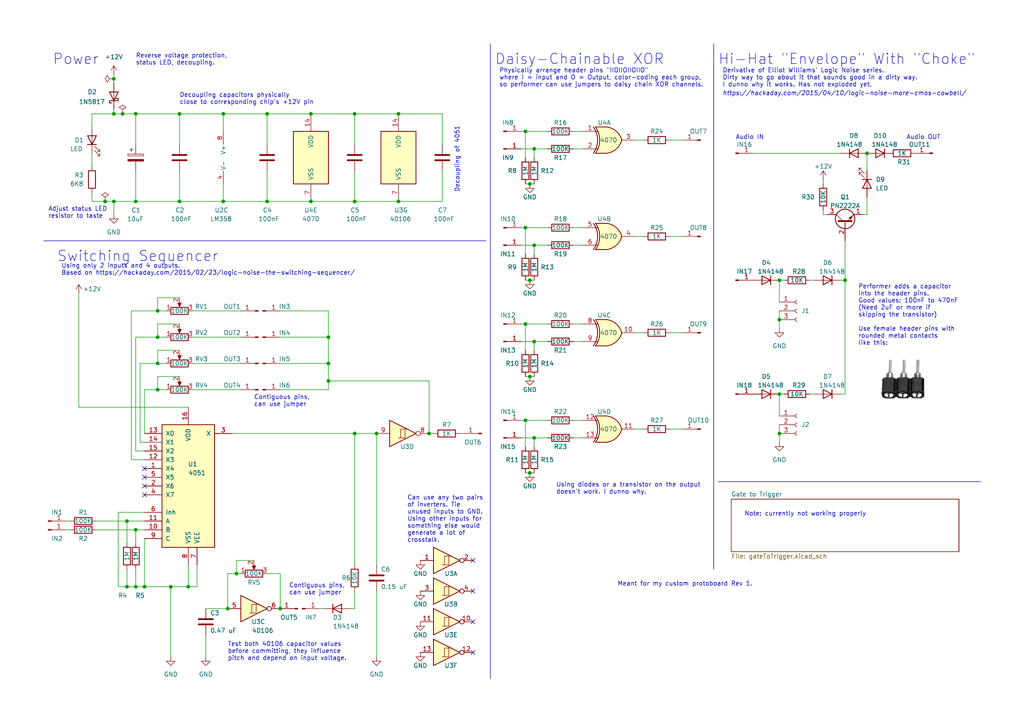
<source format=kicad_sch>
(kicad_sch (version 20220914) (generator eeschema)
  (paper "A4")
  (title_block (title "Percussions & Switching Sequencer") (date "2022-09-26") (rev "1E") (company "Aria Salvatrice"))
  (junction (at 77.47 58.42))
  (junction (at 153.67 53.34))
  (junction (at 226.06 114.3))
  (junction (at 49.53 170.18))
  (junction (at 39.37 153.67))
  (junction (at 54.61 170.18))
  (junction (at 95.25 97.79))
  (junction (at 30.48 58.42))
  (junction (at 154.94 43.18))
  (junction (at 64.77 33.02))
  (junction (at 152.4 66.04))
  (junction (at 245.11 81.28))
  (junction (at 102.87 33.02))
  (junction (at 95.25 105.41))
  (junction (at 153.67 109.22))
  (junction (at 102.87 58.42))
  (junction (at 64.77 58.42))
  (junction (at 41.91 170.18))
  (junction (at 154.94 99.06))
  (junction (at 45.72 90.17))
  (junction (at 115.57 58.42))
  (junction (at 33.02 22.86))
  (junction (at 153.67 137.16))
  (junction (at 39.37 58.42))
  (junction (at 66.04 176.53))
  (junction (at 68.58 166.37))
  (junction (at 251.46 44.45))
  (junction (at 152.4 38.1))
  (junction (at 109.22 125.73))
  (junction (at 154.94 127))
  (junction (at 152.4 121.92))
  (junction (at 226.06 92.71))
  (junction (at 39.37 170.18))
  (junction (at 36.83 151.13))
  (junction (at 154.94 71.12))
  (junction (at 152.4 93.98))
  (junction (at 153.67 81.28))
  (junction (at 226.06 81.28))
  (junction (at 115.57 33.02))
  (junction (at 77.47 33.02))
  (junction (at 45.72 113.03))
  (junction (at 52.07 33.02))
  (junction (at 33.02 33.02))
  (junction (at 226.06 125.73))
  (junction (at 90.17 58.42))
  (junction (at 102.87 125.73))
  (junction (at 45.72 105.41))
  (junction (at 45.72 97.79))
  (junction (at 33.02 58.42))
  (junction (at 39.37 33.02))
  (junction (at 124.46 125.73))
  (junction (at 90.17 33.02))
  (junction (at 81.28 176.53))
  (junction (at 95.25 110.49))
  (junction (at 36.83 170.18))
  (junction (at 35.56 33.02))
  (junction (at 52.07 58.42))
  (no_connect (at 41.91 135.89))
  (no_connect (at 41.91 143.51))
  (no_connect (at 41.91 140.97))
  (no_connect (at 41.91 138.43))
  (no_connect (at 137.16 171.45))
  (no_connect (at 137.16 180.34))
  (no_connect (at 137.16 189.23))
  (no_connect (at 137.16 162.56))
  (wire (pts (xy 66.04 166.37) (xy 68.58 166.37)))
  (wire (pts (xy 128.27 33.02) (xy 128.27 41.91)))
  (wire (pts (xy 52.07 101.6) (xy 45.72 101.6)))
  (wire (pts (xy 234.95 81.28) (xy 236.22 81.28)))
  (wire (pts (xy 33.02 58.42) (xy 33.02 62.23)))
  (wire (pts (xy 49.53 170.18) (xy 54.61 170.18)))
  (wire (pts (xy 166.37 121.92) (xy 168.91 121.92)))
  (wire (pts (xy 102.87 171.45) (xy 102.87 176.53)))
  (wire (pts (xy 36.83 151.13) (xy 36.83 157.48)))
  (wire (pts (xy 33.02 31.75) (xy 33.02 33.02)))
  (wire (pts (xy 238.76 62.23) (xy 240.03 62.23)))
  (wire (pts (xy 55.88 90.17) (xy 69.85 90.17)))
  (wire (pts (xy 36.83 165.1) (xy 36.83 170.18)))
  (wire (pts (xy 152.4 38.1) (xy 152.4 45.72)))
  (wire (pts (xy 41.91 170.18) (xy 39.37 170.18)))
  (wire (pts (xy 39.37 130.81) (xy 39.37 97.79)))
  (wire (pts (xy 52.07 86.36) (xy 45.72 86.36)))
  (wire (pts (xy 93.98 176.53) (xy 92.71 176.53)))
  (wire (pts (xy 59.69 190.5) (xy 59.69 184.15)))
  (wire (pts (xy 226.06 92.71) (xy 226.06 95.25)))
  (wire (pts (xy 64.77 53.34) (xy 64.77 58.42)))
  (wire (pts (xy 154.94 127) (xy 158.75 127)))
  (wire (pts (xy 152.4 66.04) (xy 152.4 73.66)))
  (wire (pts (xy 152.4 66.04) (xy 158.75 66.04)))
  (wire (pts (xy 151.13 127) (xy 154.94 127)))
  (wire (pts (xy 38.1 90.17) (xy 45.72 90.17)))
  (wire (pts (xy 154.94 99.06) (xy 158.75 99.06)))
  (wire (pts (xy 27.94 151.13) (xy 36.83 151.13)))
  (wire (pts (xy 52.07 109.22) (xy 45.72 109.22)))
  (wire (pts (xy 125.73 125.73) (xy 124.46 125.73)))
  (wire (pts (xy 52.07 49.53) (xy 52.07 58.42)))
  (wire (pts (xy 39.37 41.91) (xy 39.37 33.02)))
  (wire (pts (xy 102.87 125.73) (xy 102.87 163.83)))
  (wire (pts (xy 124.46 125.73) (xy 124.46 110.49)))
  (wire (pts (xy 166.37 71.12) (xy 168.91 71.12)))
  (wire (pts (xy 243.84 81.28) (xy 245.11 81.28)))
  (wire (pts (xy 194.31 40.64) (xy 198.12 40.64)))
  (wire (pts (xy 41.91 148.59) (xy 34.29 148.59)))
  (wire (pts (xy 54.61 170.18) (xy 54.61 163.83)))
  (wire (pts (xy 77.47 58.42) (xy 90.17 58.42)))
  (wire (pts (xy 77.47 33.02) (xy 90.17 33.02)))
  (wire (pts (xy 67.31 125.73) (xy 102.87 125.73)))
  (wire (pts (xy 102.87 49.53) (xy 102.87 58.42)))
  (wire (pts (xy 57.15 170.18) (xy 57.15 163.83)))
  (wire (pts (xy 243.84 44.45) (xy 218.44 44.45)))
  (wire (pts (xy 81.28 166.37) (xy 81.28 176.53)))
  (wire (pts (xy 45.72 101.6) (xy 45.72 105.41)))
  (wire (pts (xy 194.31 124.46) (xy 198.12 124.46)))
  (wire (pts (xy 95.25 97.79) (xy 95.25 105.41)))
  (wire (pts (xy 251.46 44.45) (xy 251.46 49.53)))
  (wire (pts (xy 26.67 33.02) (xy 33.02 33.02)))
  (wire (pts (xy 41.91 125.73) (xy 41.91 113.03)))
  (wire (pts (xy 115.57 33.02) (xy 128.27 33.02)))
  (wire (pts (xy 77.47 166.37) (xy 81.28 166.37)))
  (wire (pts (xy 95.25 110.49) (xy 95.25 113.03)))
  (wire (pts (xy 45.72 90.17) (xy 48.26 90.17)))
  (wire (pts (xy 40.64 105.41) (xy 40.64 128.27)))
  (wire (pts (xy 22.86 85.09) (xy 22.86 118.11)))
  (wire (pts (xy 19.05 153.67) (xy 20.32 153.67)))
  (wire (pts (xy 81.28 97.79) (xy 95.25 97.79)))
  (wire (pts (xy 45.72 113.03) (xy 48.26 113.03)))
  (wire (pts (xy 151.13 71.12) (xy 154.94 71.12)))
  (wire (pts (xy 19.05 151.13) (xy 20.32 151.13)))
  (wire (pts (xy 152.4 93.98) (xy 152.4 101.6)))
  (wire (pts (xy 59.69 176.53) (xy 66.04 176.53)))
  (wire (pts (xy 30.48 58.42) (xy 33.02 58.42)))
  (wire (pts (xy 166.37 127) (xy 168.91 127)))
  (wire (pts (xy 166.37 99.06) (xy 168.91 99.06)))
  (wire (pts (xy 39.37 153.67) (xy 39.37 157.48)))
  (wire (pts (xy 152.4 121.92) (xy 158.75 121.92)))
  (wire (pts (xy 184.15 96.52) (xy 186.69 96.52)))
  (wire (pts (xy 54.61 170.18) (xy 57.15 170.18)))
  (wire (pts (xy 128.27 49.53) (xy 128.27 58.42)))
  (wire (pts (xy 152.4 121.92) (xy 152.4 129.54)))
  (wire (pts (xy 26.67 48.26) (xy 26.67 44.45)))
  (polyline (pts (xy 142.24 12.7) (xy 142.24 196.85)))
  (wire (pts (xy 34.29 148.59) (xy 34.29 170.18)))
  (wire (pts (xy 39.37 49.53) (xy 39.37 58.42)))
  (wire (pts (xy 41.91 113.03) (xy 45.72 113.03)))
  (wire (pts (xy 39.37 33.02) (xy 52.07 33.02)))
  (wire (pts (xy 81.28 113.03) (xy 95.25 113.03)))
  (wire (pts (xy 26.67 36.83) (xy 26.67 33.02)))
  (wire (pts (xy 166.37 93.98) (xy 168.91 93.98)))
  (wire (pts (xy 154.94 43.18) (xy 158.75 43.18)))
  (wire (pts (xy 38.1 90.17) (xy 38.1 133.35)))
  (wire (pts (xy 194.31 68.58) (xy 198.12 68.58)))
  (wire (pts (xy 90.17 58.42) (xy 102.87 58.42)))
  (wire (pts (xy 41.91 130.81) (xy 39.37 130.81)))
  (wire (pts (xy 39.37 153.67) (xy 41.91 153.67)))
  (wire (pts (xy 41.91 156.21) (xy 41.91 170.18)))
  (wire (pts (xy 35.56 33.02) (xy 39.37 33.02)))
  (wire (pts (xy 68.58 162.56) (xy 68.58 166.37)))
  (wire (pts (xy 226.06 114.3) (xy 227.33 114.3)))
  (wire (pts (xy 33.02 22.86) (xy 33.02 24.13)))
  (wire (pts (xy 64.77 38.1) (xy 64.77 33.02)))
  (wire (pts (xy 38.1 133.35) (xy 41.91 133.35)))
  (wire (pts (xy 166.37 43.18) (xy 168.91 43.18)))
  (wire (pts (xy 154.94 71.12) (xy 158.75 71.12)))
  (wire (pts (xy 101.6 176.53) (xy 102.87 176.53)))
  (wire (pts (xy 40.64 105.41) (xy 45.72 105.41)))
  (wire (pts (xy 102.87 33.02) (xy 102.87 41.91)))
  (wire (pts (xy 124.46 110.49) (xy 95.25 110.49)))
  (wire (pts (xy 40.64 128.27) (xy 41.91 128.27)))
  (wire (pts (xy 115.57 58.42) (xy 128.27 58.42)))
  (wire (pts (xy 45.72 97.79) (xy 48.26 97.79)))
  (wire (pts (xy 34.29 170.18) (xy 36.83 170.18)))
  (wire (pts (xy 250.19 62.23) (xy 251.46 62.23)))
  (wire (pts (xy 259.08 44.45) (xy 257.81 44.45)))
  (wire (pts (xy 151.13 38.1) (xy 152.4 38.1)))
  (wire (pts (xy 226.06 114.3) (xy 226.06 120.65)))
  (wire (pts (xy 95.25 90.17) (xy 95.25 97.79)))
  (wire (pts (xy 134.62 125.73) (xy 133.35 125.73)))
  (wire (pts (xy 151.13 121.92) (xy 152.4 121.92)))
  (wire (pts (xy 234.95 114.3) (xy 236.22 114.3)))
  (wire (pts (xy 238.76 53.34) (xy 238.76 52.07)))
  (wire (pts (xy 39.37 165.1) (xy 39.37 170.18)))
  (wire (pts (xy 102.87 33.02) (xy 115.57 33.02)))
  (wire (pts (xy 77.47 49.53) (xy 77.47 58.42)))
  (wire (pts (xy 152.4 93.98) (xy 158.75 93.98)))
  (wire (pts (xy 154.94 71.12) (xy 154.94 73.66)))
  (wire (pts (xy 95.25 105.41) (xy 95.25 110.49)))
  (wire (pts (xy 226.06 81.28) (xy 227.33 81.28)))
  (wire (pts (xy 64.77 33.02) (xy 77.47 33.02)))
  (wire (pts (xy 41.91 170.18) (xy 49.53 170.18)))
  (wire (pts (xy 245.11 81.28) (xy 245.11 114.3)))
  (wire (pts (xy 52.07 33.02) (xy 52.07 41.91)))
  (wire (pts (xy 39.37 58.42) (xy 52.07 58.42)))
  (wire (pts (xy 109.22 125.73) (xy 109.22 163.83)))
  (wire (pts (xy 184.15 40.64) (xy 186.69 40.64)))
  (wire (pts (xy 153.67 53.34) (xy 154.94 53.34)))
  (wire (pts (xy 45.72 109.22) (xy 45.72 113.03)))
  (wire (pts (xy 152.4 38.1) (xy 158.75 38.1)))
  (wire (pts (xy 45.72 86.36) (xy 45.72 90.17)))
  (wire (pts (xy 27.94 153.67) (xy 39.37 153.67)))
  (wire (pts (xy 151.13 93.98) (xy 152.4 93.98)))
  (wire (pts (xy 90.17 33.02) (xy 102.87 33.02)))
  (wire (pts (xy 77.47 41.91) (xy 77.47 33.02)))
  (wire (pts (xy 39.37 97.79) (xy 45.72 97.79)))
  (wire (pts (xy 226.06 125.73) (xy 226.06 128.27)))
  (wire (pts (xy 152.4 109.22) (xy 153.67 109.22)))
  (wire (pts (xy 66.04 176.53) (xy 66.04 166.37)))
  (wire (pts (xy 151.13 66.04) (xy 152.4 66.04)))
  (wire (pts (xy 39.37 170.18) (xy 36.83 170.18)))
  (wire (pts (xy 226.06 90.17) (xy 226.06 92.71)))
  (wire (pts (xy 238.76 60.96) (xy 238.76 62.23)))
  (polyline (pts (xy 207.01 12.7) (xy 207.01 165.1)))
  (wire (pts (xy 245.11 69.85) (xy 245.11 81.28)))
  (wire (pts (xy 184.15 68.58) (xy 186.69 68.58)))
  (wire (pts (xy 33.02 33.02) (xy 35.56 33.02)))
  (wire (pts (xy 154.94 43.18) (xy 154.94 45.72)))
  (wire (pts (xy 153.67 81.28) (xy 154.94 81.28)))
  (wire (pts (xy 52.07 93.98) (xy 45.72 93.98)))
  (wire (pts (xy 251.46 57.15) (xy 251.46 62.23)))
  (wire (pts (xy 152.4 137.16) (xy 153.67 137.16)))
  (wire (pts (xy 73.66 162.56) (xy 68.58 162.56)))
  (wire (pts (xy 52.07 58.42) (xy 64.77 58.42)))
  (wire (pts (xy 36.83 151.13) (xy 41.91 151.13)))
  (wire (pts (xy 22.86 118.11) (xy 54.61 118.11)))
  (wire (pts (xy 152.4 81.28) (xy 153.67 81.28)))
  (wire (pts (xy 109.22 190.5) (xy 109.22 171.45)))
  (wire (pts (xy 184.15 124.46) (xy 186.69 124.46)))
  (wire (pts (xy 81.28 105.41) (xy 95.25 105.41)))
  (wire (pts (xy 33.02 21.59) (xy 33.02 22.86)))
  (wire (pts (xy 81.28 90.17) (xy 95.25 90.17)))
  (wire (pts (xy 226.06 81.28) (xy 226.06 87.63)))
  (wire (pts (xy 152.4 53.34) (xy 153.67 53.34)))
  (wire (pts (xy 26.67 58.42) (xy 30.48 58.42)))
  (wire (pts (xy 166.37 66.04) (xy 168.91 66.04)))
  (wire (pts (xy 166.37 38.1) (xy 168.91 38.1)))
  (wire (pts (xy 45.72 93.98) (xy 45.72 97.79)))
  (wire (pts (xy 153.67 137.16) (xy 154.94 137.16)))
  (wire (pts (xy 64.77 58.42) (xy 77.47 58.42)))
  (wire (pts (xy 226.06 123.19) (xy 226.06 125.73)))
  (polyline (pts (xy 12.7 69.85) (xy 140.97 69.85)))
  (wire (pts (xy 154.94 127) (xy 154.94 129.54)))
  (wire (pts (xy 68.58 166.37) (xy 69.85 166.37)))
  (wire (pts (xy 102.87 125.73) (xy 109.22 125.73)))
  (wire (pts (xy 154.94 99.06) (xy 154.94 101.6)))
  (wire (pts (xy 52.07 33.02) (xy 64.77 33.02)))
  (wire (pts (xy 194.31 96.52) (xy 198.12 96.52)))
  (polyline (pts (xy 208.28 139.7) (xy 284.48 139.7)))
  (wire (pts (xy 243.84 114.3) (xy 245.11 114.3)))
  (wire (pts (xy 26.67 58.42) (xy 26.67 55.88)))
  (wire (pts (xy 151.13 43.18) (xy 154.94 43.18)))
  (wire (pts (xy 49.53 170.18) (xy 49.53 190.5)))
  (wire (pts (xy 55.88 105.41) (xy 69.85 105.41)))
  (wire (pts (xy 153.67 109.22) (xy 154.94 109.22)))
  (wire (pts (xy 45.72 105.41) (xy 48.26 105.41)))
  (wire (pts (xy 33.02 58.42) (xy 39.37 58.42)))
  (wire (pts (xy 55.88 113.03) (xy 69.85 113.03)))
  (wire (pts (xy 55.88 97.79) (xy 69.85 97.79)))
  (wire (pts (xy 102.87 58.42) (xy 115.57 58.42)))
  (wire (pts (xy 151.13 99.06) (xy 154.94 99.06)))
  (image (at 261.62 110.49))
  (text "Audio IN" (at 213.36 40.64 0) (effects (font (size 1.27 1.27)) (justify left bottom)))
  (text "Can use any two pairs\nof inverters. Tie\nunused inputs to GND.\nUsing other inputs for\nsomething else would\ngenerate a lot of \ncrosstalk." (at 118.11 157.48 0) (effects (font (size 1.27 1.27)) (justify left bottom)))
  (text "Contiguous pins,\ncan use jumper" (at 73.66 118.11 0) (effects (font (size 1.27 1.27)) (justify left bottom)))
  (text "Meant for my custom protoboard Rev 1." (at 179.07 170.18 0) (effects (font (size 1.27 1.27)) (justify left bottom)))
  (text "Performer adds a capacitor\ninto the header pins.\nGood values: 100nF to 470nF\n(Need 2uF or more if\nskipping the transistor)\n\nUse female header pins with\nrounded metal contacts\nlike this:" (at 248.92 100.33 0) (effects (font (size 1.27 1.27)) (justify left bottom)))
  (text "Derivative of Elliot Williams' Logic Noise series.\nDirty way to go about it that sounds good in a dirty way.\nI dunno why it works. Has not exploded yet." (at 209.55 25.4 0) (effects (font (size 1.27 1.27)) (justify left bottom)))
  (text "Contiguous pins,\ncan use jumper" (at 83.82 172.72 0) (effects (font (size 1.27 1.27)) (justify left bottom)))
  (text "Physically arrange header pins \"IIOIIOIIOIIO\" \nwhere I = input and O = Output, color-coding each group,\nso performer can use jumpers to daisy chain XOR channels." (at 144.78 25.4 0) (effects (font (size 1.27 1.27)) (justify left bottom)))
  (text "Switching Sequencer" (at 16.51 76.2 0) (effects (font (size 3 3)) (justify left bottom)))
  (text "Hi-Hat \"Envelope\" With \"Choke\"" (at 208.28 19.05 0) (effects (font (size 3 3)) (justify left bottom)))
  (text "Decoupling capacitors physically\nclose to corresponding chip's +12V pin\n" (at 52.07 30.48 0) (effects (font (size 1.27 1.27)) (justify left bottom)))
  (text "Daisy-Chainable XOR" (at 143.51 19.05 0) (effects (font (size 3 3)) (justify left bottom)))
  (text "Using only 2 inputs and 4 outputs.\nBased on https://hackaday.com/2015/02/23/logic-noise-the-switching-sequencer/" (at 17.78 80.01 0) (effects (font (size 1.27 1.27)) (justify left bottom)))
  (text "Note: currently not working properly" (at 215.9 149.86 0) (effects (font (size 1.27 1.27)) (justify left bottom)))
  (text "Decoupling of 4051" (at 133.35 55.88 90) (effects (font (size 1.27 1.27)) (justify left bottom)))
  (text "Test both 40106 capacitor values\nbefore committing, they influence\npitch and depend on input voltage." (at 66.04 191.77 0) (effects (font (size 1.27 1.27)) (justify left bottom)))
  (text "Using diodes or a transistor on the output\ndoesn't work. I dunno why." (at 161.29 143.51 0) (effects (font (size 1.27 1.27)) (justify left bottom)))
  (text "Adjust status LED\nresistor to taste" (at 13.97 63.5 0) (effects (font (size 1.27 1.27)) (justify left bottom)))
  (text "Reverse voltage protection,\nstatus LED, decoupling." (at 39.37 19.05 0) (effects (font (size 1.27 1.27)) (justify left bottom)))
  (text "Audio OUT" (at 262.89 40.64 0) (effects (font (size 1.27 1.27)) (justify left bottom)))
  (text "https://hackaday.com/2015/04/10/logic-noise-more-cmos-cowbell/" (at 209.55 27.94 0) (effects (font (size 1.27 1.27) italic) (justify left bottom)))
  (text "Power" (at 15.24 19.05 0) (effects (font (size 3 3)) (justify left bottom)))
  (symbol (lib_id "Connector:Conn_01x01_Male") (at 146.05 43.18 0) (unit 1)
    (default_instance (reference "") (unit 1) (value "") (footprint ""))
    (property "Reference" "IN9" (at 147.32 45.72 0))
    (property "Value" "Conn_01x01_Male" (effects hide))
  )
  (symbol (lib_id "Device:LED") (at 251.46 53.34 270) (unit 1)
    (default_instance (reference "") (unit 1) (value "") (footprint ""))
    (property "Reference" "D9" (at 254 52.07 90) (effects (justify left)))
    (property "Value" "LED" (at 254 54.61 90) (effects (justify left)))
  )
  (symbol (lib_id "Device:R") (at 152.4 133.35 180) (unit 1)
    (default_instance (reference "") (unit 1) (value "") (footprint ""))
    (property "Reference" "R11" (at 148.59 133.35 0))
    (property "Value" "1M" (at 152.4 133.35 90))
  )
  (symbol (lib_id "power:GND") (at 121.92 162.56 0) (unit 1)
    (default_instance (reference "") (unit 1) (value "") (footprint ""))
    (property "Reference" "#PWR0101" (effects hide))
    (property "Value" "GND" (at 121.92 166.37 0))
  )
  (symbol (lib_id "4xxx:4070") (at 90.17 45.72 0) (unit 5)
    (default_instance (reference "") (unit 1) (value "") (footprint ""))
    (property "Reference" "U4" (at 90.17 60.96 0))
    (property "Value" "4070" (at 90.17 63.5 0))
    (property "Datasheet" "http://www.intersil.com/content/dam/Intersil/documents/cd40/cd4070bms-77bms.pdf" (effects hide))
  )
  (symbol (lib_id "Device:R") (at 231.14 114.3 90) (unit 1)
    (default_instance (reference "") (unit 1) (value "") (footprint ""))
    (property "Reference" "R29" (at 233.68 111.76 90) (effects (justify left)))
    (property "Value" "10K" (at 231.14 114.3 90))
  )
  (symbol (lib_id "4xxx:4051") (at 54.61 140.97 0) (unit 1)
    (default_instance (reference "U2") (unit 1) (value "4051") (footprint ""))
    (property "Reference" "U1" (at 55.88 134.62 0))
    (property "Value" "4051" (at 57.15 137.16 0))
    (property "Datasheet" "http://www.intersil.com/content/dam/Intersil/documents/cd40/cd4051bms-52bms-53bms.pdf" (effects hide))
  )
  (symbol (lib_id "Device:R") (at 162.56 99.06 90) (unit 1)
    (default_instance (reference "") (unit 1) (value "") (footprint ""))
    (property "Reference" "R21" (at 162.56 101.6 90))
    (property "Value" "100K" (at 162.56 99.06 90))
  )
  (symbol (lib_id "Device:C") (at 109.22 167.64 0) (unit 1)
    (default_instance (reference "") (unit 1) (value "") (footprint ""))
    (property "Reference" "C6" (at 110.49 165.1 0) (effects (justify left)))
    (property "Value" "0.15 uF" (at 110.49 170.18 0) (effects (justify left)))
  )
  (symbol (lib_id "Connector:Conn_01x01_Male") (at 203.2 68.58 180) (unit 1)
    (default_instance (reference "") (unit 1) (value "") (footprint ""))
    (property "Reference" "OUT8" (at 202.565 66.04 0))
    (property "Value" "Conn_01x01_Male" (effects hide))
  )
  (symbol (lib_id "Device:C") (at 102.87 45.72 0) (unit 1)
    (default_instance (reference "") (unit 1) (value "") (footprint ""))
    (property "Reference" "C5" (at 101.6 60.96 0) (effects (justify left)))
    (property "Value" "100nF" (at 100.33 63.5 0) (effects (justify left)))
  )
  (symbol (lib_id "power:GND") (at 153.67 53.34 0) (unit 1)
    (default_instance (reference "") (unit 1) (value "") (footprint ""))
    (property "Reference" "#PWR011" (effects hide))
    (property "Value" "GND" (at 153.67 57.15 0))
  )
  (symbol (lib_id "Device:C_Polarized") (at 39.37 45.72 0) (unit 1)
    (default_instance (reference "") (unit 1) (value "") (footprint ""))
    (property "Reference" "C1" (at 38.1 60.96 0) (effects (justify left)))
    (property "Value" "10uF" (at 36.83 63.5 0) (effects (justify left)))
  )
  (symbol (lib_name "1N4148_5") (lib_id "Diode:1N4148") (at 240.03 114.3 180) (unit 1)
    (default_instance (reference "") (unit 1) (value "") (footprint ""))
    (property "Reference" "D7" (at 240.03 109.22 0))
    (property "Value" "1N4148" (at 241.3 111.76 0))
    (property "Footprint" "Diode_THT:D_DO-35_SOD27_P7.62mm_Horizontal" (effects hide))
    (property "Datasheet" "https://assets.nexperia.com/documents/data-sheet/1N4148_1N4448.pdf" (effects hide))
  )
  (symbol (lib_id "Connector:Conn_01x01_Male") (at 146.05 127 0) (unit 1)
    (default_instance (reference "") (unit 1) (value "") (footprint ""))
    (property "Reference" "IN15" (at 147.32 129.54 0))
    (property "Value" "Conn_01x01_Male" (effects hide))
  )
  (symbol (lib_id "Device:R") (at 24.13 151.13 90) (unit 1)
    (default_instance (reference "") (unit 1) (value "") (footprint ""))
    (property "Reference" "R1" (at 24.13 148.59 90))
    (property "Value" "100K" (at 24.13 151.13 90))
  )
  (symbol (lib_id "4xxx:40106") (at 116.84 125.73 0) (unit 4)
    (default_instance (reference "U4") (unit 4) (value "40106") (footprint ""))
    (property "Reference" "U3" (at 118.11 129.54 0))
    (property "Value" "40106" (effects hide))
    (property "Datasheet" "https://assets.nexperia.com/documents/data-sheet/HEF40106B.pdf" (effects hide))
  )
  (symbol (lib_id "power:GND") (at 153.67 109.22 0) (unit 1)
    (default_instance (reference "") (unit 1) (value "") (footprint ""))
    (property "Reference" "#PWR013" (effects hide))
    (property "Value" "GND" (at 153.67 113.03 0))
  )
  (symbol (lib_id "Connector:Conn_01x03_Female") (at 231.14 123.19 0) (unit 1)
    (default_instance (reference "") (unit 1) (value "") (footprint ""))
    (property "Reference" "J2" (at 232.41 123.1899 0) (effects (justify left)))
    (property "Value" "Conn_01x03_Female" (effects hide))
  )
  (symbol (lib_id "Transistor_BJT:PN2222A") (at 245.11 64.77 90) (unit 1)
    (default_instance (reference "") (unit 1) (value "") (footprint ""))
    (property "Reference" "Q1" (at 245.11 57.15 90))
    (property "Value" "PN2222A" (at 245.11 59.69 90))
    (property "Footprint" "Package_TO_SOT_THT:TO-92_Inline" (effects hide))
    (property "Datasheet" "https://www.onsemi.com/pub/Collateral/PN2222-D.PDF" (effects hide))
  )
  (symbol (lib_name "1N4148_3") (lib_id "Diode:1N4148") (at 222.25 81.28 180) (unit 1)
    (default_instance (reference "") (unit 1) (value "") (footprint ""))
    (property "Reference" "D4" (at 222.25 76.2 0))
    (property "Value" "1N4148" (at 223.52 78.74 0))
    (property "Footprint" "Diode_THT:D_DO-35_SOD27_P7.62mm_Horizontal" (effects hide))
    (property "Datasheet" "https://assets.nexperia.com/documents/data-sheet/1N4148_1N4448.pdf" (effects hide))
  )
  (symbol (lib_id "Device:R") (at 154.94 105.41 180) (unit 1)
    (default_instance (reference "") (unit 1) (value "") (footprint ""))
    (property "Reference" "R14" (at 158.75 105.41 0))
    (property "Value" "1M" (at 154.94 105.41 90))
  )
  (symbol (lib_id "Connector:Conn_01x01_Male") (at 213.36 81.28 0) (unit 1)
    (default_instance (reference "") (unit 1) (value "") (footprint ""))
    (property "Reference" "IN17" (at 215.9 78.74 0))
    (property "Value" "Conn_01x01_Male" (effects hide))
  )
  (symbol (lib_id "Device:R_Potentiometer") (at 52.07 90.17 90) (unit 1)
    (default_instance (reference "RV1") (unit 1) (value "R_Potentiometer") (footprint ""))
    (property "Reference" "RV1" (at 58.42 88.9 90))
    (property "Value" "100K" (at 52.07 90.17 90))
  )
  (symbol (lib_id "4xxx:4070") (at 176.53 40.64 0) (unit 1)
    (default_instance (reference "") (unit 1) (value "") (footprint ""))
    (property "Reference" "U4" (at 175.26 35.56 0))
    (property "Value" "4070" (at 176.53 40.64 0))
    (property "Datasheet" "http://www.intersil.com/content/dam/Intersil/documents/cd40/cd4070bms-77bms.pdf" (effects hide))
  )
  (symbol (lib_id "Diode:1N4148") (at 97.79 176.53 0) (unit 1)
    (default_instance (reference "") (unit 1) (value "") (footprint ""))
    (property "Reference" "D3" (at 96.52 179.07 0) (effects (justify left)))
    (property "Value" "1N4148" (at 96.52 181.61 0) (effects (justify left)))
    (property "Footprint" "Diode_THT:D_DO-35_SOD27_P7.62mm_Horizontal" (effects hide))
    (property "Datasheet" "https://assets.nexperia.com/documents/data-sheet/1N4148_1N4448.pdf" (effects hide))
  )
  (symbol (lib_id "Device:R") (at 162.56 93.98 90) (unit 1)
    (default_instance (reference "") (unit 1) (value "") (footprint ""))
    (property "Reference" "R20" (at 162.56 91.44 90))
    (property "Value" "100K" (at 162.56 93.98 90))
  )
  (symbol (lib_id "power:GND") (at 59.69 190.5 0) (unit 1)
    (default_instance (reference "") (unit 1) (value "") (footprint ""))
    (property "Reference" "#PWR0106" (effects hide))
    (property "Value" "GND" (at 59.69 195.58 0))
  )
  (symbol (lib_id "power:GND") (at 153.67 137.16 0) (unit 1)
    (default_instance (reference "") (unit 1) (value "") (footprint ""))
    (property "Reference" "#PWR014" (effects hide))
    (property "Value" "GND" (at 153.67 140.97 0))
  )
  (symbol (lib_id "Device:R") (at 190.5 40.64 90) (unit 1)
    (default_instance (reference "") (unit 1) (value "") (footprint ""))
    (property "Reference" "R24" (at 190.5 38.1 90))
    (property "Value" "1K" (at 190.5 40.64 90))
  )
  (symbol (lib_id "Connector:Conn_01x01_Male") (at 13.97 151.13 0) (unit 1)
    (default_instance (reference "") (unit 1) (value "") (footprint ""))
    (property "Reference" "IN1" (at 16.51 148.59 0))
    (property "Value" "Conn_01x01_Male" (effects hide))
  )
  (symbol (lib_id "Connector:Conn_01x01_Male") (at 146.05 71.12 0) (unit 1)
    (default_instance (reference "") (unit 1) (value "") (footprint ""))
    (property "Reference" "IN11" (at 147.32 73.66 0))
    (property "Value" "Conn_01x01_Male" (effects hide))
  )
  (symbol (lib_id "Connector:Conn_01x01_Male") (at 76.2 105.41 0) (unit 1)
    (default_instance (reference "") (unit 1) (value "") (footprint ""))
    (property "Reference" "IN5" (at 82.55 104.14 0))
    (property "Value" "Conn_01x01_Male" (effects hide))
  )
  (symbol (lib_id "Device:R") (at 26.67 52.07 0) (unit 1)
    (default_instance (reference "") (unit 1) (value "") (footprint ""))
    (property "Reference" "R3" (at 21.59 50.8 0) (effects (justify left)))
    (property "Value" "6K8" (at 20.32 53.34 0) (effects (justify left)))
  )
  (symbol (lib_id "Device:R") (at 39.37 161.29 180) (unit 1)
    (default_instance (reference "") (unit 1) (value "") (footprint ""))
    (property "Reference" "R5" (at 40.64 172.72 0))
    (property "Value" "1M" (at 39.37 161.29 90))
  )
  (symbol (lib_id "Device:R") (at 238.76 57.15 0) (unit 1)
    (default_instance (reference "") (unit 1) (value "") (footprint ""))
    (property "Reference" "R30" (at 232.41 57.15 0) (effects (justify left)))
    (property "Value" "10K" (at 238.76 57.15 90))
  )
  (symbol (lib_id "Connector:Conn_01x01_Male") (at 203.2 124.46 180) (unit 1)
    (default_instance (reference "") (unit 1) (value "") (footprint ""))
    (property "Reference" "OUT10" (at 202.565 121.92 0))
    (property "Value" "Conn_01x01_Male" (effects hide))
  )
  (symbol (lib_id "Connector:Conn_01x01_Male") (at 76.2 113.03 0) (unit 1)
    (default_instance (reference "") (unit 1) (value "") (footprint ""))
    (property "Reference" "IN6" (at 82.55 111.76 0))
    (property "Value" "Conn_01x01_Male" (effects hide))
  )
  (symbol (lib_id "Connector:Conn_01x01_Male") (at 213.36 114.3 0) (unit 1)
    (default_instance (reference "") (unit 1) (value "") (footprint ""))
    (property "Reference" "IN18" (at 215.9 111.76 0))
    (property "Value" "Conn_01x01_Male" (effects hide))
  )
  (symbol (lib_id "Device:R_Potentiometer") (at 52.07 97.79 90) (unit 1)
    (default_instance (reference "RV1") (unit 1) (value "R_Potentiometer") (footprint ""))
    (property "Reference" "RV2" (at 58.42 96.52 90))
    (property "Value" "100K" (at 52.07 97.79 90))
  )
  (symbol (lib_id "power:GND") (at 109.22 190.5 0) (unit 1)
    (default_instance (reference "") (unit 1) (value "") (footprint ""))
    (property "Reference" "#PWR0102" (effects hide))
    (property "Value" "GND" (at 109.22 195.58 0))
  )
  (symbol (lib_id "Connector:Conn_01x01_Male") (at 74.93 113.03 180) (unit 1)
    (default_instance (reference "") (unit 1) (value "") (footprint ""))
    (property "Reference" "OUT4" (at 67.31 111.76 0))
    (property "Value" "Conn_01x01_Male" (effects hide))
  )
  (symbol (lib_id "Connector:Conn_01x01_Male") (at 146.05 66.04 0) (unit 1)
    (default_instance (reference "") (unit 1) (value "") (footprint ""))
    (property "Reference" "IN10" (at 147.32 63.5 0))
    (property "Value" "Conn_01x01_Male" (effects hide))
  )
  (symbol (lib_id "4xxx:40106") (at 129.54 162.56 0) (unit 1)
    (default_instance (reference "U4") (unit 1) (value "40106") (footprint ""))
    (property "Reference" "U3" (at 130.81 166.37 0))
    (property "Value" "40106" (effects hide))
    (property "Datasheet" "https://assets.nexperia.com/documents/data-sheet/HEF40106B.pdf" (effects hide))
  )
  (symbol (lib_id "Device:R_Potentiometer") (at 52.07 105.41 90) (unit 1)
    (default_instance (reference "RV1") (unit 1) (value "R_Potentiometer") (footprint ""))
    (property "Reference" "RV3" (at 58.42 104.14 90))
    (property "Value" "100K" (at 52.07 105.41 90))
  )
  (symbol (lib_id "Connector:Conn_01x01_Male") (at 139.7 125.73 180) (unit 1)
    (default_instance (reference "") (unit 1) (value "") (footprint ""))
    (property "Reference" "OUT6" (at 137.16 128.27 0))
    (property "Value" "Conn_01x01_Male" (effects hide))
  )
  (symbol (lib_name "1N4148_1") (lib_id "Diode:1N4148") (at 240.03 81.28 180) (unit 1)
    (default_instance (reference "") (unit 1) (value "") (footprint ""))
    (property "Reference" "D6" (at 240.03 76.2 0))
    (property "Value" "1N4148" (at 241.3 78.74 0))
    (property "Footprint" "Diode_THT:D_DO-35_SOD27_P7.62mm_Horizontal" (effects hide))
    (property "Datasheet" "https://assets.nexperia.com/documents/data-sheet/1N4148_1N4448.pdf" (effects hide))
  )
  (symbol (lib_id "Device:R_Potentiometer") (at 73.66 166.37 90) (unit 1)
    (default_instance (reference "RV1") (unit 1) (value "R_Potentiometer") (footprint ""))
    (property "Reference" "RV5" (at 73.66 168.91 90))
    (property "Value" "100K" (at 73.66 166.37 90))
  )
  (symbol (lib_id "power:GND") (at 153.67 81.28 0) (unit 1)
    (default_instance (reference "") (unit 1) (value "") (footprint ""))
    (property "Reference" "#PWR012" (effects hide))
    (property "Value" "GND" (at 153.67 85.09 0))
  )
  (symbol (lib_id "4xxx:4070") (at 176.53 124.46 0) (unit 4)
    (default_instance (reference "") (unit 1) (value "") (footprint ""))
    (property "Reference" "U4" (at 175.26 119.38 0))
    (property "Value" "4070" (at 176.53 124.46 0))
    (property "Datasheet" "http://www.intersil.com/content/dam/Intersil/documents/cd40/cd4070bms-77bms.pdf" (effects hide))
  )
  (symbol (lib_id "4xxx:40106") (at 73.66 176.53 0) (unit 3)
    (default_instance (reference "U4") (unit 3) (value "40106") (footprint ""))
    (property "Reference" "U3" (at 74.93 180.34 0))
    (property "Value" "40106" (at 76.2 182.88 0))
    (property "Datasheet" "https://assets.nexperia.com/documents/data-sheet/HEF40106B.pdf" (effects hide))
  )
  (symbol (lib_id "power:GND") (at 49.53 190.5 0) (unit 1)
    (default_instance (reference "") (unit 1) (value "") (footprint ""))
    (property "Reference" "#PWR0107" (effects hide))
    (property "Value" "GND" (at 49.53 195.58 0))
  )
  (symbol (lib_id "Device:C") (at 128.27 45.72 0) (unit 1)
    (default_instance (reference "") (unit 1) (value "") (footprint ""))
    (property "Reference" "C7" (at 127 60.96 0) (effects (justify left)))
    (property "Value" "100nF" (at 125.73 63.5 0) (effects (justify left)))
  )
  (symbol (lib_name "1N4148_4") (lib_id "Diode:1N4148") (at 247.65 44.45 0) (unit 1)
    (default_instance (reference "") (unit 1) (value "") (footprint ""))
    (property "Reference" "D8" (at 247.65 39.37 0))
    (property "Value" "1N4148" (at 246.38 41.91 0))
    (property "Footprint" "Diode_THT:D_DO-35_SOD27_P7.62mm_Horizontal" (effects hide))
    (property "Datasheet" "https://assets.nexperia.com/documents/data-sheet/1N4148_1N4448.pdf" (effects hide))
  )
  (symbol (lib_id "Device:R") (at 36.83 161.29 180) (unit 1)
    (default_instance (reference "") (unit 1) (value "") (footprint ""))
    (property "Reference" "R4" (at 35.56 172.72 0))
    (property "Value" "1M" (at 36.83 161.29 90))
  )
  (symbol (lib_id "4xxx:40106") (at 129.54 180.34 0) (unit 5)
    (default_instance (reference "U4") (unit 5) (value "40106") (footprint ""))
    (property "Reference" "U3" (at 130.81 184.15 0))
    (property "Value" "40106" (effects hide))
    (property "Datasheet" "https://assets.nexperia.com/documents/data-sheet/HEF40106B.pdf" (effects hide))
  )
  (symbol (lib_id "power:GND") (at 33.02 62.23 0) (unit 1)
    (default_instance (reference "") (unit 1) (value "") (footprint ""))
    (property "Reference" "#PWR04" (effects hide))
    (property "Value" "GND" (at 33.02 67.31 0))
  )
  (symbol (lib_id "power:PWR_FLAG") (at 33.02 22.86 90) (unit 1)
    (default_instance (reference "") (unit 1) (value "") (footprint ""))
    (property "Reference" "#FLG02" (effects hide))
    (property "Value" "PWR_FLAG" (effects hide))
  )
  (symbol (lib_id "power:GND") (at 121.92 180.34 0) (unit 1)
    (default_instance (reference "") (unit 1) (value "") (footprint ""))
    (property "Reference" "#PWR0103" (effects hide))
    (property "Value" "GND" (at 121.92 184.15 0))
  )
  (symbol (lib_id "Connector:Conn_01x01_Male") (at 203.2 96.52 180) (unit 1)
    (default_instance (reference "") (unit 1) (value "") (footprint ""))
    (property "Reference" "OUT9" (at 202.565 93.98 0))
    (property "Value" "Conn_01x01_Male" (effects hide))
  )
  (symbol (lib_id "Connector:Conn_01x01_Male") (at 146.05 121.92 0) (unit 1)
    (default_instance (reference "") (unit 1) (value "") (footprint ""))
    (property "Reference" "IN14" (at 147.32 119.38 0))
    (property "Value" "Conn_01x01_Male" (effects hide))
  )
  (symbol (lib_id "Connector:Conn_01x01_Male") (at 87.63 176.53 0) (unit 1)
    (default_instance (reference "") (unit 1) (value "") (footprint ""))
    (property "Reference" "IN7" (at 90.17 179.07 0))
    (property "Value" "Conn_01x01_Male" (effects hide))
  )
  (symbol (lib_id "4xxx:4070") (at 176.53 68.58 0) (unit 2)
    (default_instance (reference "") (unit 1) (value "") (footprint ""))
    (property "Reference" "U4" (at 175.26 63.5 0))
    (property "Value" "4070" (at 176.53 68.58 0))
    (property "Datasheet" "http://www.intersil.com/content/dam/Intersil/documents/cd40/cd4070bms-77bms.pdf" (effects hide))
  )
  (symbol (lib_id "power:+12V") (at 22.86 85.09 0) (unit 1)
    (default_instance (reference "") (unit 1) (value "") (footprint ""))
    (property "Reference" "#PWR0108" (effects hide))
    (property "Value" "+12V" (at 26.67 83.82 0))
  )
  (symbol (lib_id "Amplifier_Operational:LM358") (at 67.31 45.72 0) (unit 3)
    (default_instance (reference "") (unit 1) (value "") (footprint ""))
    (property "Reference" "U2" (at 62.23 60.96 0) (effects (justify left)))
    (property "Value" "LM358" (at 60.96 63.5 0) (effects (justify left)))
    (property "Datasheet" "http://www.ti.com/lit/ds/symlink/lm2904-n.pdf" (effects hide))
  )
  (symbol (lib_id "Device:R") (at 152.4 105.41 180) (unit 1)
    (default_instance (reference "") (unit 1) (value "") (footprint ""))
    (property "Reference" "R10" (at 148.59 105.41 0))
    (property "Value" "1M" (at 152.4 105.41 90))
  )
  (symbol (lib_id "power:GND") (at 121.92 171.45 0) (unit 1)
    (default_instance (reference "") (unit 1) (value "") (footprint ""))
    (property "Reference" "#PWR0105" (effects hide))
    (property "Value" "GND" (at 121.92 175.26 0))
  )
  (symbol (lib_id "Device:R_Potentiometer") (at 52.07 113.03 90) (unit 1)
    (default_instance (reference "RV1") (unit 1) (value "R_Potentiometer") (footprint ""))
    (property "Reference" "RV4" (at 58.42 111.76 90))
    (property "Value" "100K" (at 52.07 113.03 90))
  )
  (symbol (lib_id "Device:C") (at 59.69 180.34 0) (unit 1)
    (default_instance (reference "") (unit 1) (value "") (footprint ""))
    (property "Reference" "C3" (at 60.96 177.8 0) (effects (justify left)))
    (property "Value" "0.47 uF" (at 60.96 182.88 0) (effects (justify left)))
  )
  (symbol (lib_id "Device:R") (at 190.5 68.58 90) (unit 1)
    (default_instance (reference "") (unit 1) (value "") (footprint ""))
    (property "Reference" "R25" (at 190.5 66.04 90))
    (property "Value" "1K" (at 190.5 68.58 90))
  )
  (symbol (lib_id "Device:C") (at 52.07 45.72 0) (unit 1)
    (default_instance (reference "") (unit 1) (value "") (footprint ""))
    (property "Reference" "C2" (at 50.8 60.96 0) (effects (justify left)))
    (property "Value" "100nF" (at 49.53 63.5 0) (effects (justify left)))
  )
  (symbol (lib_id "Device:R") (at 154.94 77.47 180) (unit 1)
    (default_instance (reference "") (unit 1) (value "") (footprint ""))
    (property "Reference" "R13" (at 158.75 77.47 0))
    (property "Value" "1M" (at 154.94 77.47 90))
  )
  (symbol (lib_id "Connector:Conn_01x03_Female") (at 231.14 90.17 0) (unit 1)
    (default_instance (reference "") (unit 1) (value "") (footprint ""))
    (property "Reference" "J1" (at 232.41 90.1699 0) (effects (justify left)))
    (property "Value" "Conn_01x03_Female" (effects hide))
  )
  (symbol (lib_id "power:+12V") (at 33.02 21.59 0) (unit 1)
    (default_instance (reference "") (unit 1) (value "") (footprint ""))
    (property "Reference" "#PWR03" (effects hide))
    (property "Value" "+12V" (at 33.02 16.51 0))
  )
  (symbol (lib_id "4xxx:4070") (at 176.53 96.52 0) (unit 3)
    (default_instance (reference "") (unit 1) (value "") (footprint ""))
    (property "Reference" "U4" (at 175.26 91.44 0))
    (property "Value" "4070" (at 176.53 96.52 0))
    (property "Datasheet" "http://www.intersil.com/content/dam/Intersil/documents/cd40/cd4070bms-77bms.pdf" (effects hide))
  )
  (symbol (lib_id "Connector:Conn_01x01_Male") (at 13.97 153.67 0) (unit 1)
    (default_instance (reference "") (unit 1) (value "") (footprint ""))
    (property "Reference" "IN2" (at 16.51 156.21 0))
    (property "Value" "Conn_01x01_Male" (effects hide))
  )
  (symbol (lib_id "4xxx:40106") (at 129.54 171.45 0) (unit 2)
    (default_instance (reference "U4") (unit 2) (value "40106") (footprint ""))
    (property "Reference" "U3" (at 130.81 175.26 0))
    (property "Value" "40106" (effects hide))
    (property "Datasheet" "https://assets.nexperia.com/documents/data-sheet/HEF40106B.pdf" (effects hide))
  )
  (symbol (lib_id "Connector:Conn_01x01_Male") (at 74.93 90.17 180) (unit 1)
    (default_instance (reference "") (unit 1) (value "") (footprint ""))
    (property "Reference" "OUT1" (at 67.31 88.9 0))
    (property "Value" "Conn_01x01_Male" (effects hide))
  )
  (symbol (lib_id "Connector:Conn_01x01_Male") (at 270.51 44.45 180) (unit 1)
    (default_instance (reference "") (unit 1) (value "") (footprint ""))
    (property "Reference" "OUT11" (at 266.7 41.91 0))
    (property "Value" "Conn_01x01_Male" (effects hide))
  )
  (symbol (lib_id "Device:R") (at 261.62 44.45 90) (unit 1)
    (default_instance (reference "") (unit 1) (value "") (footprint ""))
    (property "Reference" "R31" (at 264.16 46.99 90) (effects (justify left)))
    (property "Value" "1K" (at 261.62 44.45 90))
  )
  (symbol (lib_id "power:GND") (at 226.06 95.25 0) (unit 1)
    (default_instance (reference "") (unit 1) (value "") (footprint ""))
    (property "Reference" "#PWR015" (effects hide))
    (property "Value" "GND" (at 226.06 100.33 0))
  )
  (symbol (lib_id "Device:R") (at 162.56 43.18 90) (unit 1)
    (default_instance (reference "") (unit 1) (value "") (footprint ""))
    (property "Reference" "R17" (at 162.56 45.72 90))
    (property "Value" "100K" (at 162.56 43.18 90))
  )
  (symbol (lib_id "Device:R") (at 102.87 167.64 0) (unit 1)
    (default_instance (reference "R1") (unit 1) (value "10K") (footprint ""))
    (property "Reference" "R6" (at 99.06 167.64 0) (effects (justify left)))
    (property "Value" "10K" (at 102.87 167.64 90))
  )
  (symbol (lib_id "power:PWR_FLAG") (at 35.56 33.02 0) (unit 1)
    (default_instance (reference "") (unit 1) (value "") (footprint ""))
    (property "Reference" "#FLG03" (effects hide))
    (property "Value" "PWR_FLAG" (effects hide))
  )
  (symbol (lib_id "Device:R") (at 162.56 121.92 90) (unit 1)
    (default_instance (reference "") (unit 1) (value "") (footprint ""))
    (property "Reference" "R22" (at 162.56 119.38 90))
    (property "Value" "100K" (at 162.56 121.92 90))
  )
  (symbol (lib_id "Device:R") (at 152.4 77.47 180) (unit 1)
    (default_instance (reference "") (unit 1) (value "") (footprint ""))
    (property "Reference" "R9" (at 148.59 77.47 0))
    (property "Value" "1M" (at 152.4 77.47 90))
  )
  (symbol (lib_id "Device:R") (at 162.56 127 90) (unit 1)
    (default_instance (reference "") (unit 1) (value "") (footprint ""))
    (property "Reference" "R23" (at 162.56 129.54 90))
    (property "Value" "100K" (at 162.56 127 90))
  )
  (symbol (lib_id "Connector:Conn_01x01_Male") (at 76.2 97.79 0) (unit 1)
    (default_instance (reference "") (unit 1) (value "") (footprint ""))
    (property "Reference" "IN4" (at 82.55 96.52 0))
    (property "Value" "Conn_01x01_Male" (effects hide))
  )
  (symbol (lib_id "Device:R") (at 231.14 81.28 90) (unit 1)
    (default_instance (reference "") (unit 1) (value "") (footprint ""))
    (property "Reference" "R28" (at 233.68 78.74 90) (effects (justify left)))
    (property "Value" "10K" (at 231.14 81.28 90))
  )
  (symbol (lib_id "Diode:1N5817") (at 33.02 27.94 90) (unit 1)
    (default_instance (reference "") (unit 1) (value "") (footprint ""))
    (property "Reference" "D2" (at 25.4 26.67 90) (effects (justify right)))
    (property "Value" "1N5817" (at 22.86 29.5274 90) (effects (justify right)))
    (property "Footprint" "Diode_THT:D_DO-41_SOD81_P10.16mm_Horizontal" (effects hide))
    (property "Datasheet" "http://www.vishay.com/docs/88525/1n5817.pdf" (effects hide))
  )
  (symbol (lib_id "Connector:Conn_01x01_Male") (at 203.2 40.64 180) (unit 1)
    (default_instance (reference "") (unit 1) (value "") (footprint ""))
    (property "Reference" "OUT7" (at 202.565 38.1 0))
    (property "Value" "Conn_01x01_Male" (effects hide))
  )
  (symbol (lib_id "Device:R") (at 154.94 133.35 180) (unit 1)
    (default_instance (reference "") (unit 1) (value "") (footprint ""))
    (property "Reference" "R15" (at 158.75 133.35 0))
    (property "Value" "1M" (at 154.94 133.35 90))
  )
  (symbol (lib_id "Device:R") (at 190.5 124.46 90) (unit 1)
    (default_instance (reference "") (unit 1) (value "") (footprint ""))
    (property "Reference" "R27" (at 190.5 121.92 90))
    (property "Value" "1K" (at 190.5 124.46 90))
  )
  (symbol (lib_id "power:GND") (at 121.92 189.23 0) (unit 1)
    (default_instance (reference "") (unit 1) (value "") (footprint ""))
    (property "Reference" "#PWR0104" (effects hide))
    (property "Value" "GND" (at 121.92 193.04 0))
  )
  (symbol (lib_name "1N4148_2") (lib_id "Diode:1N4148") (at 255.27 44.45 180) (unit 1)
    (default_instance (reference "") (unit 1) (value "") (footprint ""))
    (property "Reference" "D10" (at 255.27 39.37 0))
    (property "Value" "1N4148" (at 256.54 41.91 0))
    (property "Footprint" "Diode_THT:D_DO-35_SOD27_P7.62mm_Horizontal" (effects hide))
    (property "Datasheet" "https://assets.nexperia.com/documents/data-sheet/1N4148_1N4448.pdf" (effects hide))
  )
  (symbol (lib_id "Device:R") (at 24.13 153.67 90) (unit 1)
    (default_instance (reference "") (unit 1) (value "") (footprint ""))
    (property "Reference" "R2" (at 24.13 156.21 90))
    (property "Value" "100K" (at 24.13 153.67 90))
  )
  (symbol (lib_id "Connector:Conn_01x01_Male") (at 146.05 38.1 0) (unit 1)
    (default_instance (reference "") (unit 1) (value "") (footprint ""))
    (property "Reference" "IN8" (at 147.32 35.56 0))
    (property "Value" "Conn_01x01_Male" (effects hide))
  )
  (symbol (lib_id "Device:R") (at 162.56 66.04 90) (unit 1)
    (default_instance (reference "") (unit 1) (value "") (footprint ""))
    (property "Reference" "R18" (at 162.56 63.5 90))
    (property "Value" "100K" (at 162.56 66.04 90))
  )
  (symbol (lib_id "power:GND") (at 226.06 128.27 0) (unit 1)
    (default_instance (reference "") (unit 1) (value "") (footprint ""))
    (property "Reference" "#PWR016" (effects hide))
    (property "Value" "GND" (at 226.06 133.35 0))
  )
  (symbol (lib_id "Connector:Conn_01x01_Male") (at 74.93 105.41 180) (unit 1)
    (default_instance (reference "") (unit 1) (value "") (footprint ""))
    (property "Reference" "OUT3" (at 67.31 104.14 0))
    (property "Value" "Conn_01x01_Male" (effects hide))
  )
  (symbol (lib_id "4xxx:40106") (at 129.54 189.23 0) (unit 6)
    (default_instance (reference "U4") (unit 6) (value "40106") (footprint ""))
    (property "Reference" "U3" (at 130.81 193.04 0))
    (property "Value" "40106" (effects hide))
    (property "Datasheet" "https://assets.nexperia.com/documents/data-sheet/HEF40106B.pdf" (effects hide))
  )
  (symbol (lib_id "Connector:Conn_01x01_Male") (at 76.2 90.17 0) (unit 1)
    (default_instance (reference "") (unit 1) (value "") (footprint ""))
    (property "Reference" "IN3" (at 82.55 88.9 0))
    (property "Value" "Conn_01x01_Male" (effects hide))
  )
  (symbol (lib_name "1N4148_6") (lib_id "Diode:1N4148") (at 222.25 114.3 180) (unit 1)
    (default_instance (reference "") (unit 1) (value "") (footprint ""))
    (property "Reference" "D5" (at 222.25 109.22 0))
    (property "Value" "1N4148" (at 223.52 111.76 0))
    (property "Footprint" "Diode_THT:D_DO-35_SOD27_P7.62mm_Horizontal" (effects hide))
    (property "Datasheet" "https://assets.nexperia.com/documents/data-sheet/1N4148_1N4448.pdf" (effects hide))
  )
  (symbol (lib_id "power:PWR_FLAG") (at 30.48 58.42 0) (unit 1)
    (default_instance (reference "") (unit 1) (value "") (footprint ""))
    (property "Reference" "#FLG01" (effects hide))
    (property "Value" "PWR_FLAG" (effects hide))
  )
  (symbol (lib_id "power:+12V") (at 238.76 52.07 0) (unit 1)
    (default_instance (reference "") (unit 1) (value "") (footprint ""))
    (property "Reference" "#PWR017" (effects hide))
    (property "Value" "+12V" (at 238.76 48.26 0))
  )
  (symbol (lib_id "Connector:Conn_01x01_Male") (at 146.05 99.06 0) (unit 1)
    (default_instance (reference "") (unit 1) (value "") (footprint ""))
    (property "Reference" "IN13" (at 147.32 101.6 0))
    (property "Value" "Conn_01x01_Male" (effects hide))
  )
  (symbol (lib_id "Device:R") (at 152.4 49.53 180) (unit 1)
    (default_instance (reference "") (unit 1) (value "") (footprint ""))
    (property "Reference" "R8" (at 148.59 49.53 0))
    (property "Value" "1M" (at 152.4 49.53 90))
  )
  (symbol (lib_id "Device:LED") (at 26.67 40.64 90) (unit 1)
    (default_instance (reference "") (unit 1) (value "") (footprint ""))
    (property "Reference" "D1" (at 21.59 40.64 90) (effects (justify right)))
    (property "Value" "LED" (at 20.32 43.18 90) (effects (justify right)))
  )
  (symbol (lib_id "Connector:Conn_01x01_Male") (at 146.05 93.98 0) (unit 1)
    (default_instance (reference "") (unit 1) (value "") (footprint ""))
    (property "Reference" "IN12" (at 147.32 91.44 0))
    (property "Value" "Conn_01x01_Male" (effects hide))
  )
  (symbol (lib_id "Device:R") (at 162.56 38.1 90) (unit 1)
    (default_instance (reference "") (unit 1) (value "") (footprint ""))
    (property "Reference" "R16" (at 162.56 35.56 90))
    (property "Value" "100K" (at 162.56 38.1 90))
  )
  (symbol (lib_id "Device:R") (at 154.94 49.53 180) (unit 1)
    (default_instance (reference "") (unit 1) (value "") (footprint ""))
    (property "Reference" "R12" (at 158.75 49.53 0))
    (property "Value" "1M" (at 154.94 49.53 90))
  )
  (symbol (lib_id "4xxx:40106") (at 115.57 45.72 0) (unit 7)
    (default_instance (reference "U4") (unit 7) (value "40106") (footprint ""))
    (property "Reference" "U3" (at 114.3 60.96 0) (effects (justify left)))
    (property "Value" "40106" (at 113.03 63.5 0) (effects (justify left)))
    (property "Datasheet" "https://assets.nexperia.com/documents/data-sheet/HEF40106B.pdf" (effects hide))
  )
  (symbol (lib_id "Connector:Conn_01x01_Male") (at 86.36 176.53 180) (unit 1)
    (default_instance (reference "") (unit 1) (value "") (footprint ""))
    (property "Reference" "OUT5" (at 83.82 179.07 0))
    (property "Value" "Conn_01x01_Male" (effects hide))
  )
  (symbol (lib_id "Device:C") (at 77.47 45.72 0) (unit 1)
    (default_instance (reference "") (unit 1) (value "") (footprint ""))
    (property "Reference" "C4" (at 76.2 60.96 0) (effects (justify left)))
    (property "Value" "100nF" (at 74.93 63.5 0) (effects (justify left)))
  )
  (symbol (lib_id "Connector:Conn_01x01_Male") (at 74.93 97.79 180) (unit 1)
    (default_instance (reference "") (unit 1) (value "") (footprint ""))
    (property "Reference" "OUT2" (at 67.31 96.52 0))
    (property "Value" "Conn_01x01_Male" (effects hide))
  )
  (symbol (lib_id "Device:R") (at 162.56 71.12 90) (unit 1)
    (default_instance (reference "") (unit 1) (value "") (footprint ""))
    (property "Reference" "R19" (at 162.56 73.66 90))
    (property "Value" "100K" (at 162.56 71.12 90))
  )
  (symbol (lib_id "Connector:Conn_01x01_Male") (at 213.36 44.45 0) (unit 1)
    (default_instance (reference "") (unit 1) (value "") (footprint ""))
    (property "Reference" "IN16" (at 215.9 41.91 0))
    (property "Value" "Conn_01x01_Male" (effects hide))
  )
  (symbol (lib_id "Device:R") (at 190.5 96.52 90) (unit 1)
    (default_instance (reference "") (unit 1) (value "") (footprint ""))
    (property "Reference" "R26" (at 190.5 93.98 90))
    (property "Value" "1K" (at 190.5 96.52 90))
  )
  (symbol (lib_id "Device:R") (at 129.54 125.73 90) (unit 1)
    (default_instance (reference "") (unit 1) (value "") (footprint ""))
    (property "Reference" "R7" (at 129.54 123.19 90))
    (property "Value" "1K" (at 129.54 125.73 90))
  )
  (sheet (at 212.09 144.78) (size 66.04 15.24) (stroke (width 0.1524))
    (property "Sheetname" "Gate to Trigger" (at 212.09 144.0684 0) (effects (justify left bottom)))
    (property "Sheetfile" "gateToTrigger.kicad_sch" (at 212.09 160.6046 0) (effects (justify left top)))
  )
)
</source>
